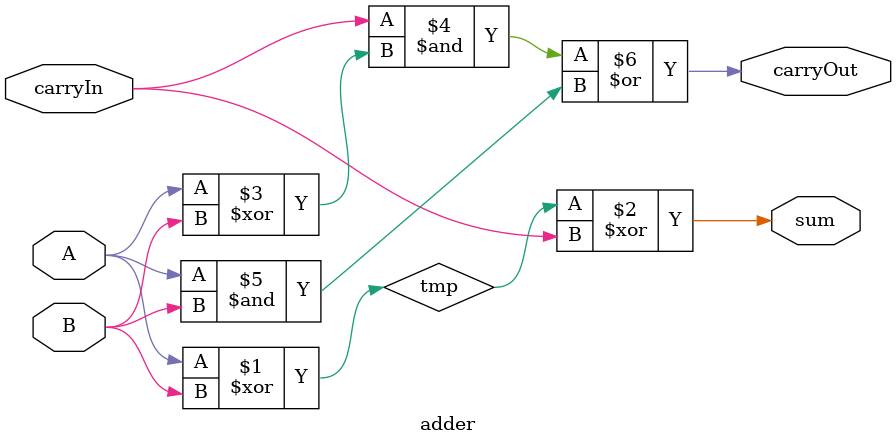
<source format=v>
module ALU(A, B, ALUControl, out, zero);
	input [31:0] A, B;
	input [2:0] ALUControl;
	output [31:0] out; 
	output zero;
	wire [31:0] carryOut;
	wire setLess;
	
	ALU1Bit alu0 (A[0], B[0], ALUControl, setLess, ALUControl[2], out[0], carryOut[0]);
	ALU1Bit alu1 (A[1], B[1], ALUControl, 0, carryOut[0], out[1], carryOut[1]);
	ALU1Bit alu2 (A[2], B[2], ALUControl, 0, carryOut[1], out[2], carryOut[2]);
	ALU1Bit alu3 (A[3], B[3], ALUControl, 0, carryOut[2], out[3], carryOut[3]);
	ALU1Bit alu4 (A[4], B[4], ALUControl, 0, carryOut[3], out[4], carryOut[4]);
	ALU1Bit alu5 (A[5], B[5], ALUControl, 0, carryOut[4], out[5], carryOut[5]);
	ALU1Bit alu6 (A[6], B[6], ALUControl, 0, carryOut[5], out[6], carryOut[6]);
	ALU1Bit alu7 (A[7], B[7], ALUControl, 0, carryOut[6], out[7], carryOut[7]);
	ALU1Bit alu8 (A[8], B[8], ALUControl, 0, carryOut[7], out[8], carryOut[8]);
	ALU1Bit alu9 (A[9], B[9], ALUControl, 0, carryOut[8], out[9], carryOut[9]);
	ALU1Bit alu10 (A[10], B[10], ALUControl, 0, carryOut[9], out[10], carryOut[10]);
	ALU1Bit alu11 (A[11], B[11], ALUControl, 0, carryOut[10], out[11], carryOut[11]);
	ALU1Bit alu12 (A[12], B[12], ALUControl, 0, carryOut[11], out[12], carryOut[12]);
	ALU1Bit alu13 (A[13], B[13], ALUControl, 0, carryOut[12], out[13], carryOut[13]);
	ALU1Bit alu14 (A[14], B[14], ALUControl, 0, carryOut[13], out[14], carryOut[14]);
	ALU1Bit alu15 (A[15], B[15], ALUControl, 0, carryOut[14], out[15], carryOut[15]);
	ALU1Bit alu16 (A[16], B[16], ALUControl, 0, carryOut[15], out[16], carryOut[16]);
	ALU1Bit alu17 (A[17], B[17], ALUControl, 0, carryOut[16], out[17], carryOut[17]);
	ALU1Bit alu18 (A[18], B[18], ALUControl, 0, carryOut[17], out[18], carryOut[18]);
	ALU1Bit alu19 (A[19], B[19], ALUControl, 0, carryOut[18], out[19], carryOut[19]);
	ALU1Bit alu20 (A[20], B[20], ALUControl, 0, carryOut[19], out[20], carryOut[20]);
	ALU1Bit alu21 (A[21], B[21], ALUControl, 0, carryOut[20], out[21], carryOut[21]);
	ALU1Bit alu22 (A[22], B[22], ALUControl, 0, carryOut[21], out[22], carryOut[22]);
	ALU1Bit alu23 (A[23], B[23], ALUControl, 0, carryOut[22], out[23], carryOut[23]);
	ALU1Bit alu24 (A[24], B[24], ALUControl, 0, carryOut[23], out[24], carryOut[24]);
	ALU1Bit alu25 (A[25], B[25], ALUControl, 0, carryOut[24], out[25], carryOut[25]);
	ALU1Bit alu26 (A[26], B[26], ALUControl, 0, carryOut[25], out[26], carryOut[26]);
	ALU1Bit alu27 (A[27], B[27], ALUControl, 0, carryOut[26], out[27], carryOut[27]);
	ALU1Bit alu28 (A[28], B[28], ALUControl, 0, carryOut[27], out[28], carryOut[28]);
	ALU1Bit alu29 (A[29], B[29], ALUControl, 0, carryOut[28], out[29], carryOut[29]);
	ALU1Bit alu30 (A[30], B[30], ALUControl, 0, carryOut[29], out[30], carryOut[30]);
	ALU1BitMSB alu31 (A[31], B[31], ALUControl, 0, carryOut[30], out[31], carryOut[31],setLess);
	
	assign zero = ~|out;
endmodule

module ALU1Bit(A, B, Op, less, carryIn, out, carryOut);
	//input and output ports
	input A, B, carryIn, less;
	input [2:0] Op;
	output out, carryOut;
	//inputs for the main mux and output of the mux that decides the final b value
	wire muxIn0, muxIn1, muxIn3;
	
	//decide whether the final B value is b or its negation depending on the bneg bit from O;
	wire negatedB, bFinal;
	assign negatedB = ~B;
	mux21 bInvert(B, negatedB, bFinal, Op[2]);

	// send the outputs of the 1 bit and and or operations to the mux inputs
	and (muxIn0, A, bFinal);
	or (muxIn1, A, bFinal);
	
	//perform the addition or subtraction operation
	adder add1 (A, B, carryIn, muxIn3, carryOut);
	
	//determine the output
	wire tmp1, tmp2;
	mux21 mux1 (muxIn0, muxIn1, tmp1, Op[0]);
	mux21 mux2 (less, muxIn3, tmp2, Op[0]);
	mux21 mux3 (tmp1, tmp2, out, Op[1]);
endmodule
// same as the ALU1Bit module but it includes a set output for the slti instruction
module ALU1BitMSB(A, B, Op, less, carryIn, out, carryOut, set);
	//input and output ports
	input A, B, carryIn, less;
	input [2:0] Op;
	output out, carryOut, set;
	//inputs for the main mux and output of the mux that decides the final b value
	wire muxIn0, muxIn1, muxIn3, bFinal;
	
	//decide whether the final B value is b or its negation depending on the bneg bit;
	wire negatedB;
	assign negatedB = ~B;
	mux21 bValue(B, negatedB, bFinal, Op[2]);

	// send the outputs of the 1 bit and and or operations to the mux inputs
	and (muxIn0, A, bFinal);
	or (muxIn1, A, bFinal);
	
	//perform the addition or subtraction operation
	adder add1 (A, B, carryIn, muxIn3, carryOut);
	assign set = muxIn3;
	
	//determine the output
	wire tmp1, tmp2;
	mux21 mux1 (muxIn0, muxIn1, tmp1, Op[0]);
	mux21 mux2 (less, muxIn3, tmp2, Op[0]);
	mux21 mux3 (tmp1, tmp2, out, Op[1]);
endmodule

module mux21(a, b, out, select);
	input a,b, select;
	output out;
	
	//select = 0, out = a
	//select = 1, out = b

	assign out = (a&(~select))|(b&(select));
endmodule

module adder (A, B, carryIn, sum, carryOut);
	input A, B, carryIn;
	output sum, carryOut;
	
	//generate sum
	wire tmp;
	xor(tmp, A, B);
	xor(sum,tmp,carryIn);
	
	//generate carryOut
	assign carryOut = (carryIn&(A^B))|(A&B);
endmodule

</source>
